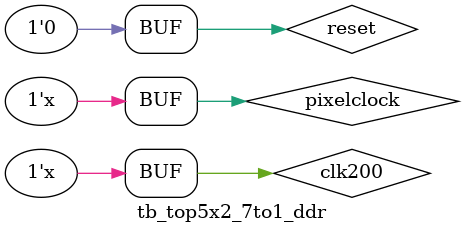
<source format=v>
`timescale 1 ps / 1ps

module tb_top5x2_7to1_ddr () ;

reg 		clk200 ;
reg 		pixelclock;
wire		clkout1_p ;
wire 		clkout1_n ;
wire		clkout2_p ;
wire 		clkout2_n ;
reg 		reset ;
wire	[4:0]	dataout1_p ;
wire 	[4:0]	dataout1_n ;
wire	[4:0]	dataout2_p ;
wire 	[4:0]	dataout2_n ;
wire		match ;

initial clk200 = 0 ;
initial pixelclock = 0 ;

always #(2500) clk200 = ~clk200 ;

always #(5000) pixelclock = ~pixelclock ;

initial
begin
reset = 1'b1 ;
#150000
reset = 1'b0;
end

top5x2_7to1_ddr_tx tx(
	.freqgen			(pixelclock),  
	.reset				(reset),
	.clkout1_p			(clkout1_p),  
	.clkout1_n			(clkout1_n),
	.dataout1_p			(dataout1_p), 
	.dataout1_n			(dataout1_n),
	.clkout2_p			(clkout2_p),  
	.clkout2_n			(clkout2_n),
	.dataout2_p			(dataout2_p), 
	.dataout2_n			(dataout2_n)) ;
	
top5x2_7to1_ddr_rx rx(                  
        .reset          (reset),
        .refclkin       (clk200),
        .clkin1_p       (clkout1_p),
        .clkin1_n       (clkout1_n),    
        .datain1_p      (dataout1_p),    
        .datain1_n      (dataout1_n),    
        .clkin2_p       (clkout2_p),    
        .clkin2_n       (clkout2_n),    
        .datain2_p      (dataout2_p),    
        .datain2_n      (dataout2_n),    
        .dummy          (match)) ;

endmodule



</source>
